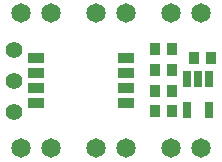
<source format=gts>
%FSLAX24Y24*%
%MOIN*%
G70*
G01*
G75*
G04 Layer_Color=8388736*
%ADD10R,0.0500X0.0299*%
%ADD11R,0.0315X0.0354*%
%ADD12R,0.0244X0.0480*%
%ADD13R,0.0276X0.0354*%
%ADD14C,0.0200*%
%ADD15C,0.0591*%
%ADD16C,0.0492*%
%ADD17R,0.0354X0.0315*%
%ADD18R,0.0354X0.0276*%
%ADD19R,0.0512X0.0236*%
%ADD20C,0.0100*%
%ADD21C,0.0050*%
%ADD22C,0.0079*%
%ADD23C,0.0080*%
%ADD24R,0.0560X0.0359*%
%ADD25R,0.0375X0.0414*%
%ADD26R,0.0304X0.0540*%
%ADD27R,0.0336X0.0414*%
%ADD28C,0.0651*%
%ADD29C,0.0552*%
D24*
X14250Y13750D02*
D03*
Y13250D02*
D03*
Y12750D02*
D03*
Y12250D02*
D03*
X11250D02*
D03*
Y12750D02*
D03*
Y13250D02*
D03*
Y13750D02*
D03*
D25*
X17076Y13750D02*
D03*
X16524D02*
D03*
D26*
X17024Y13066D02*
D03*
X16650D02*
D03*
X16276D02*
D03*
Y12034D02*
D03*
X17024D02*
D03*
D27*
X15205Y14050D02*
D03*
X15795D02*
D03*
X15205Y13350D02*
D03*
X15795D02*
D03*
X15205Y12650D02*
D03*
X15795D02*
D03*
X15205Y12000D02*
D03*
X15795D02*
D03*
D28*
X16750Y10750D02*
D03*
X15750D02*
D03*
X14250D02*
D03*
X13250D02*
D03*
X14250Y15250D02*
D03*
X13250D02*
D03*
X16750D02*
D03*
X15750D02*
D03*
X11750Y10750D02*
D03*
X10750D02*
D03*
X11750Y15250D02*
D03*
X10750D02*
D03*
D29*
X10500Y14043D02*
D03*
Y13000D02*
D03*
Y11957D02*
D03*
M02*

</source>
